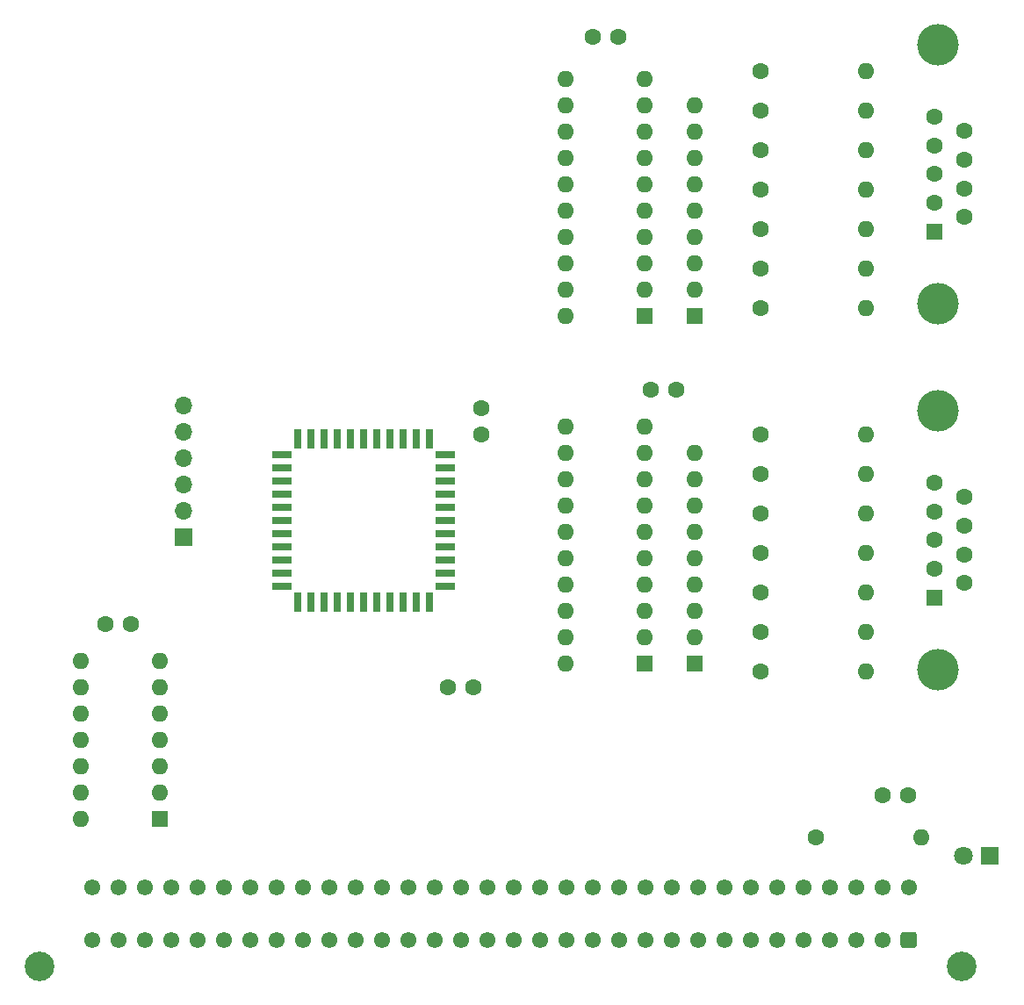
<source format=gts>
G04 #@! TF.GenerationSoftware,KiCad,Pcbnew,(5.1.10)-1*
G04 #@! TF.CreationDate,2021-07-30T10:40:04+01:00*
G04 #@! TF.ProjectId,JoypadController,4a6f7970-6164-4436-9f6e-74726f6c6c65,rev?*
G04 #@! TF.SameCoordinates,Original*
G04 #@! TF.FileFunction,Soldermask,Top*
G04 #@! TF.FilePolarity,Negative*
%FSLAX46Y46*%
G04 Gerber Fmt 4.6, Leading zero omitted, Abs format (unit mm)*
G04 Created by KiCad (PCBNEW (5.1.10)-1) date 2021-07-30 10:40:04*
%MOMM*%
%LPD*%
G01*
G04 APERTURE LIST*
%ADD10R,1.925000X0.700000*%
%ADD11R,0.700000X1.925000*%
%ADD12O,1.600000X1.600000*%
%ADD13R,1.600000X1.600000*%
%ADD14C,1.600000*%
%ADD15C,4.000000*%
%ADD16O,1.700000X1.700000*%
%ADD17R,1.700000X1.700000*%
%ADD18C,1.550000*%
%ADD19C,2.850000*%
%ADD20C,1.800000*%
%ADD21R,1.800000X1.800000*%
G04 APERTURE END LIST*
D10*
X128867500Y-110684000D03*
X128867500Y-109414000D03*
X128867500Y-108144000D03*
X128867500Y-106874000D03*
X128867500Y-105604000D03*
X128867500Y-104334000D03*
X128867500Y-103064000D03*
X128867500Y-101794000D03*
X128867500Y-100524000D03*
X128867500Y-99254000D03*
X128867500Y-97984000D03*
D11*
X130380000Y-96471500D03*
X131650000Y-96471500D03*
X132920000Y-96471500D03*
X134190000Y-96471500D03*
X135460000Y-96471500D03*
X136730000Y-96471500D03*
X138000000Y-96471500D03*
X139270000Y-96471500D03*
X140540000Y-96471500D03*
X141810000Y-96471500D03*
X143080000Y-96471500D03*
D10*
X144592500Y-97984000D03*
X144592500Y-99254000D03*
X144592500Y-100524000D03*
X144592500Y-101794000D03*
X144592500Y-103064000D03*
X144592500Y-104334000D03*
X144592500Y-105604000D03*
X144592500Y-106874000D03*
X144592500Y-108144000D03*
X144592500Y-109414000D03*
X144592500Y-110684000D03*
D11*
X130380000Y-112196500D03*
X131650000Y-112196500D03*
X132920000Y-112196500D03*
X134190000Y-112196500D03*
X135460000Y-112196500D03*
X143080000Y-112196500D03*
X141810000Y-112196500D03*
X140540000Y-112196500D03*
X139270000Y-112196500D03*
X138000000Y-112196500D03*
X136730000Y-112196500D03*
D12*
X109474000Y-133096000D03*
X117094000Y-117856000D03*
X109474000Y-130556000D03*
X117094000Y-120396000D03*
X109474000Y-128016000D03*
X117094000Y-122936000D03*
X109474000Y-125476000D03*
X117094000Y-125476000D03*
X109474000Y-122936000D03*
X117094000Y-128016000D03*
X109474000Y-120396000D03*
X117094000Y-130556000D03*
X109474000Y-117856000D03*
D13*
X117094000Y-133096000D03*
D12*
X156210000Y-118110000D03*
X163830000Y-95250000D03*
X156210000Y-115570000D03*
X163830000Y-97790000D03*
X156210000Y-113030000D03*
X163830000Y-100330000D03*
X156210000Y-110490000D03*
X163830000Y-102870000D03*
X156210000Y-107950000D03*
X163830000Y-105410000D03*
X156210000Y-105410000D03*
X163830000Y-107950000D03*
X156210000Y-102870000D03*
X163830000Y-110490000D03*
X156210000Y-100330000D03*
X163830000Y-113030000D03*
X156210000Y-97790000D03*
X163830000Y-115570000D03*
X156210000Y-95250000D03*
D13*
X163830000Y-118110000D03*
D12*
X156210000Y-84582000D03*
X163830000Y-61722000D03*
X156210000Y-82042000D03*
X163830000Y-64262000D03*
X156210000Y-79502000D03*
X163830000Y-66802000D03*
X156210000Y-76962000D03*
X163830000Y-69342000D03*
X156210000Y-74422000D03*
X163830000Y-71882000D03*
X156210000Y-71882000D03*
X163830000Y-74422000D03*
X156210000Y-69342000D03*
X163830000Y-76962000D03*
X156210000Y-66802000D03*
X163830000Y-79502000D03*
X156210000Y-64262000D03*
X163830000Y-82042000D03*
X156210000Y-61722000D03*
D13*
X163830000Y-84582000D03*
D12*
X168656000Y-97790000D03*
X168656000Y-100330000D03*
X168656000Y-102870000D03*
X168656000Y-105410000D03*
X168656000Y-107950000D03*
X168656000Y-110490000D03*
X168656000Y-113030000D03*
X168656000Y-115570000D03*
D13*
X168656000Y-118110000D03*
D12*
X168656000Y-64262000D03*
X168656000Y-66802000D03*
X168656000Y-69342000D03*
X168656000Y-71882000D03*
X168656000Y-74422000D03*
X168656000Y-76962000D03*
X168656000Y-79502000D03*
X168656000Y-82042000D03*
D13*
X168656000Y-84582000D03*
D12*
X190500000Y-134874000D03*
D14*
X180340000Y-134874000D03*
D12*
X185166000Y-118872000D03*
D14*
X175006000Y-118872000D03*
D12*
X185166000Y-115062000D03*
D14*
X175006000Y-115062000D03*
D12*
X185166000Y-111252000D03*
D14*
X175006000Y-111252000D03*
D12*
X185166000Y-107442000D03*
D14*
X175006000Y-107442000D03*
D12*
X185166000Y-103632000D03*
D14*
X175006000Y-103632000D03*
D12*
X185166000Y-99822000D03*
D14*
X175006000Y-99822000D03*
D12*
X185166000Y-96012000D03*
D14*
X175006000Y-96012000D03*
D12*
X185166000Y-83820000D03*
D14*
X175006000Y-83820000D03*
D12*
X185166000Y-80010000D03*
D14*
X175006000Y-80010000D03*
D12*
X185166000Y-76200000D03*
D14*
X175006000Y-76200000D03*
D12*
X185166000Y-72390000D03*
D14*
X175006000Y-72390000D03*
D12*
X185166000Y-68580000D03*
D14*
X175006000Y-68580000D03*
D12*
X185166000Y-64770000D03*
D14*
X175006000Y-64770000D03*
D12*
X185166000Y-60960000D03*
D14*
X175006000Y-60960000D03*
D15*
X192070000Y-93720000D03*
X192070000Y-118720000D03*
D14*
X194610000Y-102065000D03*
X194610000Y-104835000D03*
X194610000Y-107605000D03*
X194610000Y-110375000D03*
X191770000Y-100680000D03*
X191770000Y-103450000D03*
X191770000Y-106220000D03*
X191770000Y-108990000D03*
D13*
X191770000Y-111760000D03*
D15*
X192070000Y-58414000D03*
X192070000Y-83414000D03*
D14*
X194610000Y-66759000D03*
X194610000Y-69529000D03*
X194610000Y-72299000D03*
X194610000Y-75069000D03*
X191770000Y-65374000D03*
X191770000Y-68144000D03*
X191770000Y-70914000D03*
X191770000Y-73684000D03*
D13*
X191770000Y-76454000D03*
D16*
X119380000Y-93218000D03*
X119380000Y-95758000D03*
X119380000Y-98298000D03*
X119380000Y-100838000D03*
X119380000Y-103378000D03*
D17*
X119380000Y-105918000D03*
D18*
X110508000Y-139720000D03*
X113048000Y-139720000D03*
X115588000Y-139720000D03*
X118128000Y-139720000D03*
X120668000Y-139720000D03*
X123208000Y-139720000D03*
X125748000Y-139720000D03*
X128288000Y-139720000D03*
X130828000Y-139720000D03*
X133368000Y-139720000D03*
X135908000Y-139720000D03*
X138448000Y-139720000D03*
X140988000Y-139720000D03*
X143528000Y-139720000D03*
X146068000Y-139720000D03*
X148608000Y-139720000D03*
X151148000Y-139720000D03*
X153688000Y-139720000D03*
X156228000Y-139720000D03*
X158768000Y-139720000D03*
X161308000Y-139720000D03*
X163848000Y-139720000D03*
X166388000Y-139720000D03*
X168928000Y-139720000D03*
X171468000Y-139720000D03*
X174008000Y-139720000D03*
X176548000Y-139720000D03*
X179088000Y-139720000D03*
X181628000Y-139720000D03*
X184168000Y-139720000D03*
X186708000Y-139720000D03*
X189248000Y-139720000D03*
X110508000Y-144800000D03*
X113048000Y-144800000D03*
X115588000Y-144800000D03*
X118128000Y-144800000D03*
X120668000Y-144800000D03*
X123208000Y-144800000D03*
X125748000Y-144800000D03*
X128288000Y-144800000D03*
X130828000Y-144800000D03*
X133368000Y-144800000D03*
X135908000Y-144800000D03*
X138448000Y-144800000D03*
X140988000Y-144800000D03*
X143528000Y-144800000D03*
X146068000Y-144800000D03*
X148608000Y-144800000D03*
X151148000Y-144800000D03*
X153688000Y-144800000D03*
X156228000Y-144800000D03*
X158768000Y-144800000D03*
X161308000Y-144800000D03*
X163848000Y-144800000D03*
X166388000Y-144800000D03*
X168928000Y-144800000D03*
X171468000Y-144800000D03*
X174008000Y-144800000D03*
X176548000Y-144800000D03*
X179088000Y-144800000D03*
X181628000Y-144800000D03*
X184168000Y-144800000D03*
X186708000Y-144800000D03*
G36*
G01*
X190023000Y-144274998D02*
X190023000Y-145325002D01*
G75*
G02*
X189773002Y-145575000I-249998J0D01*
G01*
X188722998Y-145575000D01*
G75*
G02*
X188473000Y-145325002I0J249998D01*
G01*
X188473000Y-144274998D01*
G75*
G02*
X188722998Y-144025000I249998J0D01*
G01*
X189773002Y-144025000D01*
G75*
G02*
X190023000Y-144274998I0J-249998D01*
G01*
G37*
D19*
X105428000Y-147340000D03*
X194328000Y-147340000D03*
D20*
X194564000Y-136652000D03*
D21*
X197104000Y-136652000D03*
D14*
X166878000Y-91694000D03*
X164378000Y-91694000D03*
X114300000Y-114300000D03*
X111800000Y-114300000D03*
X161290000Y-57658000D03*
X158790000Y-57658000D03*
X148082000Y-96012000D03*
X148082000Y-93512000D03*
X147320000Y-120396000D03*
X144820000Y-120396000D03*
X186730000Y-130810000D03*
X189230000Y-130810000D03*
M02*

</source>
